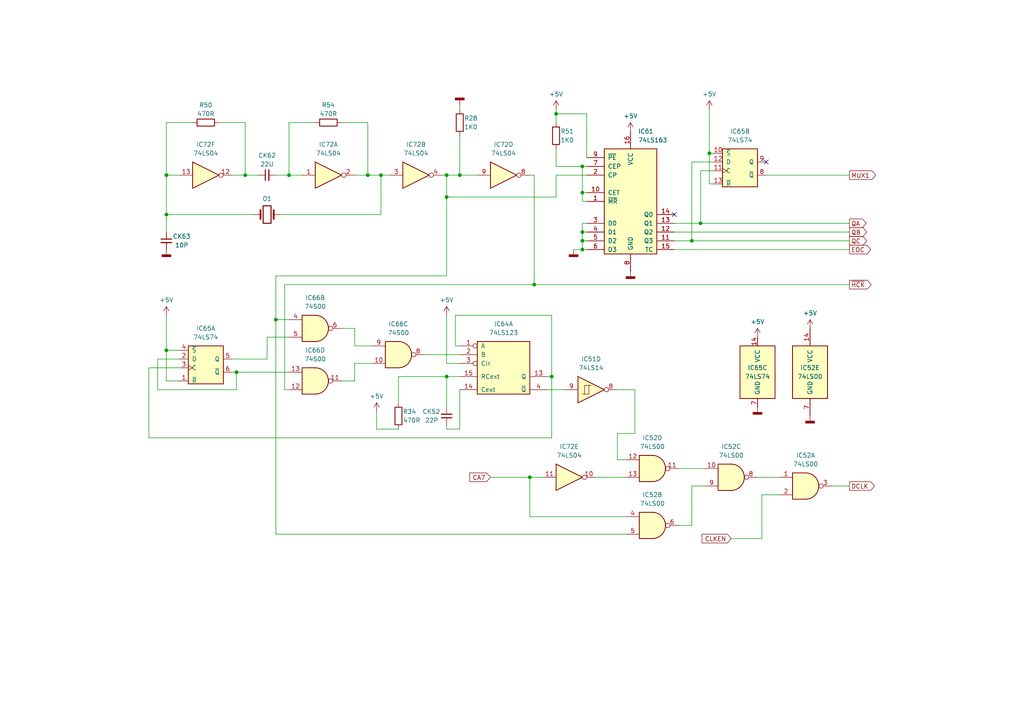
<source format=kicad_sch>
(kicad_sch (version 20231120) (generator "eeschema") (generator_version "8.0")
  (paper "A4")
  (title_block (title "PARTNER GDP: CLOCK GEN") (company "Oddbit Retro") (comment 1 "NARISAL: MIHA GRČAR"))
  (lib_symbols
    (symbol "74LS00_1" (pin_names (offset 1.016))
      (property "Reference" "U9" (at -0.0083 8.89 0))
      (property "Value" "74LS00" (at -0.0083 6.35 0))
      (symbol "74LS00_1_1_1"
        (pin input line (at -7.62 2.54 0) (length 3.81) (name "~") (number "1"))
        (pin input line (at -7.62 -2.54 0) (length 3.81) (name "~") (number "2"))
        (pin output inverted (at 7.62 0 180) (length 3.81) (name "~") (number "3"))
      )
      (symbol "74LS00_1_1_2"
        (pin input inverted (at -7.62 2.54 0) (length 4.318) (name "~") (number "1"))
        (pin input inverted (at -7.62 -2.54 0) (length 4.318) (name "~") (number "2"))
        (pin output line (at 7.62 0 180) (length 3.81) (name "~") (number "3"))
      )
      (symbol "74LS00_1_2_1"
        (pin input line (at -7.62 2.54 0) (length 3.81) (name "~") (number "4"))
        (pin input line (at -7.62 -2.54 0) (length 3.81) (name "~") (number "5"))
        (pin output inverted (at 7.62 0 180) (length 3.81) (name "~") (number "6"))
      )
      (symbol "74LS00_1_2_2"
        (pin input inverted (at -7.62 2.54 0) (length 4.318) (name "~") (number "4"))
        (pin input inverted (at -7.62 -2.54 0) (length 4.318) (name "~") (number "5"))
        (pin output line (at 7.62 0 180) (length 3.81) (name "~") (number "6"))
      )
      (symbol "74LS00_1_3_1"
        (pin input line (at -7.62 -2.54 0) (length 3.81) (name "~") (number "10"))
        (pin output inverted (at 7.62 0 180) (length 3.81) (name "~") (number "8"))
        (pin input line (at -7.62 2.54 0) (length 3.81) (name "~") (number "9"))
      )
      (symbol "74LS00_1_3_2"
        (pin input inverted (at -7.62 -2.54 0) (length 4.318) (name "~") (number "10"))
        (pin output line (at 7.62 0 180) (length 3.81) (name "~") (number "8"))
        (pin input inverted (at -7.62 2.54 0) (length 4.318) (name "~") (number "9"))
      )
      (symbol "74LS00_1_4_1"
        (pin output inverted (at 7.62 0 180) (length 3.81) (name "~") (number "11"))
        (pin input line (at -7.62 -2.54 0) (length 3.81) (name "~") (number "12"))
        (pin input line (at -7.62 2.54 0) (length 3.81) (name "~") (number "13"))
      )
      (symbol "74LS00_1_4_2"
        (pin output line (at 7.62 0 180) (length 3.81) (name "~") (number "11"))
        (pin input inverted (at -7.62 2.54 0) (length 4.318) (name "~") (number "12"))
        (pin input inverted (at -7.62 -2.54 0) (length 4.318) (name "~") (number "13"))
      )
      (symbol "74LS00_1_5_0"
        (pin power_in line (at 0 12.7 270) (length 5.08) (name "VCC") (number "14"))
        (pin power_in line (at 0 -12.7 90) (length 5.08) (name "GND") (number "7"))
      )
    )
    (symbol "74LS00_2" (pin_names (offset 1.016))
      (property "Reference" "IC52" (at -0.0083 8.89 0))
      (property "Value" "74LS00" (at -0.0083 6.35 0))
      (symbol "74LS00_2_1_1"
        (pin input line (at -7.62 2.54 0) (length 3.81) (name "~") (number "1"))
        (pin input line (at -7.62 -2.54 0) (length 3.81) (name "~") (number "2"))
        (pin output inverted (at 7.62 0 180) (length 3.81) (name "~") (number "3"))
      )
      (symbol "74LS00_2_1_2"
        (pin input inverted (at -7.62 2.54 0) (length 4.318) (name "~") (number "1"))
        (pin input inverted (at -7.62 -2.54 0) (length 4.318) (name "~") (number "2"))
        (pin output line (at 7.62 0 180) (length 3.81) (name "~") (number "3"))
      )
      (symbol "74LS00_2_2_1"
        (pin input line (at -7.62 2.54 0) (length 3.81) (name "~") (number "4"))
        (pin input line (at -7.62 -2.54 0) (length 3.81) (name "~") (number "5"))
        (pin output inverted (at 7.62 0 180) (length 3.81) (name "~") (number "6"))
      )
      (symbol "74LS00_2_2_2"
        (pin input inverted (at -7.62 2.54 0) (length 4.318) (name "~") (number "4"))
        (pin input inverted (at -7.62 -2.54 0) (length 4.318) (name "~") (number "5"))
        (pin output line (at 7.62 0 180) (length 3.81) (name "~") (number "6"))
      )
      (symbol "74LS00_2_3_1"
        (pin input line (at -7.62 2.54 0) (length 3.81) (name "~") (number "10"))
        (pin output inverted (at 7.62 0 180) (length 3.81) (name "~") (number "8"))
        (pin input line (at -7.62 -2.54 0) (length 3.81) (name "~") (number "9"))
      )
      (symbol "74LS00_2_3_2"
        (pin input inverted (at -7.62 -2.54 0) (length 4.318) (name "~") (number "10"))
        (pin output line (at 7.62 0 180) (length 3.81) (name "~") (number "8"))
        (pin input inverted (at -7.62 2.54 0) (length 4.318) (name "~") (number "9"))
      )
      (symbol "74LS00_2_4_1"
        (pin output inverted (at 7.62 0 180) (length 3.81) (name "~") (number "11"))
        (pin input line (at -7.62 2.54 0) (length 3.81) (name "~") (number "12"))
        (pin input line (at -7.62 -2.54 0) (length 3.81) (name "~") (number "13"))
      )
      (symbol "74LS00_2_4_2"
        (pin output line (at 7.62 0 180) (length 3.81) (name "~") (number "11"))
        (pin input inverted (at -7.62 2.54 0) (length 4.318) (name "~") (number "12"))
        (pin input inverted (at -7.62 -2.54 0) (length 4.318) (name "~") (number "13"))
      )
      (symbol "74LS00_2_5_0"
        (pin power_in line (at 0 12.7 270) (length 5.08) (name "VCC") (number "14"))
        (pin power_in line (at 0 -12.7 90) (length 5.08) (name "GND") (number "7"))
      )
    )
    (symbol "74LS00_3" (pin_names (offset 1.016))
      (property "Reference" "IC52" (at -0.0083 8.89 0))
      (property "Value" "74LS00" (at -0.0083 6.35 0))
      (symbol "74LS00_3_1_1"
        (pin input line (at -7.62 2.54 0) (length 3.81) (name "~") (number "1"))
        (pin input line (at -7.62 -2.54 0) (length 3.81) (name "~") (number "2"))
        (pin output inverted (at 7.62 0 180) (length 3.81) (name "~") (number "3"))
      )
      (symbol "74LS00_3_1_2"
        (pin input inverted (at -7.62 2.54 0) (length 4.318) (name "~") (number "1"))
        (pin input inverted (at -7.62 -2.54 0) (length 4.318) (name "~") (number "2"))
        (pin output line (at 7.62 0 180) (length 3.81) (name "~") (number "3"))
      )
      (symbol "74LS00_3_2_1"
        (pin input line (at -7.62 2.54 0) (length 3.81) (name "~") (number "4"))
        (pin input line (at -7.62 -2.54 0) (length 3.81) (name "~") (number "5"))
        (pin output inverted (at 7.62 0 180) (length 3.81) (name "~") (number "6"))
      )
      (symbol "74LS00_3_2_2"
        (pin input inverted (at -7.62 2.54 0) (length 4.318) (name "~") (number "4"))
        (pin input inverted (at -7.62 -2.54 0) (length 4.318) (name "~") (number "5"))
        (pin output line (at 7.62 0 180) (length 3.81) (name "~") (number "6"))
      )
      (symbol "74LS00_3_3_1"
        (pin input line (at -7.62 2.54 0) (length 3.81) (name "~") (number "10"))
        (pin output inverted (at 7.62 0 180) (length 3.81) (name "~") (number "8"))
        (pin input line (at -7.62 -2.54 0) (length 3.81) (name "~") (number "9"))
      )
      (symbol "74LS00_3_3_2"
        (pin input inverted (at -7.62 -2.54 0) (length 4.318) (name "~") (number "10"))
        (pin output line (at 7.62 0 180) (length 3.81) (name "~") (number "8"))
        (pin input inverted (at -7.62 2.54 0) (length 4.318) (name "~") (number "9"))
      )
      (symbol "74LS00_3_4_1"
        (pin output inverted (at 7.62 0 180) (length 3.81) (name "~") (number "11"))
        (pin input line (at -7.62 2.54 0) (length 3.81) (name "~") (number "12"))
        (pin input line (at -7.62 -2.54 0) (length 3.81) (name "~") (number "13"))
      )
      (symbol "74LS00_3_4_2"
        (pin output line (at 7.62 0 180) (length 3.81) (name "~") (number "11"))
        (pin input inverted (at -7.62 2.54 0) (length 4.318) (name "~") (number "12"))
        (pin input inverted (at -7.62 -2.54 0) (length 4.318) (name "~") (number "13"))
      )
      (symbol "74LS00_3_5_0"
        (pin power_in line (at 0 12.7 270) (length 5.08) (name "VCC") (number "14"))
        (pin power_in line (at 0 -12.7 90) (length 5.08) (name "GND") (number "7"))
      )
    )
    (symbol "74LS00_4" (pin_names (offset 1.016))
      (property "Reference" "IC52" (at -0.0083 8.89 0))
      (property "Value" "74LS00" (at -0.0083 6.35 0))
      (symbol "74LS00_4_1_1"
        (pin input line (at -7.62 2.54 0) (length 3.81) (name "~") (number "1"))
        (pin input line (at -7.62 -2.54 0) (length 3.81) (name "~") (number "2"))
        (pin output inverted (at 7.62 0 180) (length 3.81) (name "~") (number "3"))
      )
      (symbol "74LS00_4_1_2"
        (pin input inverted (at -7.62 2.54 0) (length 4.318) (name "~") (number "1"))
        (pin input inverted (at -7.62 -2.54 0) (length 4.318) (name "~") (number "2"))
        (pin output line (at 7.62 0 180) (length 3.81) (name "~") (number "3"))
      )
      (symbol "74LS00_4_2_1"
        (pin input line (at -7.62 2.54 0) (length 3.81) (name "~") (number "4"))
        (pin input line (at -7.62 -2.54 0) (length 3.81) (name "~") (number "5"))
        (pin output inverted (at 7.62 0 180) (length 3.81) (name "~") (number "6"))
      )
      (symbol "74LS00_4_2_2"
        (pin input inverted (at -7.62 2.54 0) (length 4.318) (name "~") (number "4"))
        (pin input inverted (at -7.62 -2.54 0) (length 4.318) (name "~") (number "5"))
        (pin output line (at 7.62 0 180) (length 3.81) (name "~") (number "6"))
      )
      (symbol "74LS00_4_3_1"
        (pin input line (at -7.62 2.54 0) (length 3.81) (name "~") (number "10"))
        (pin output inverted (at 7.62 0 180) (length 3.81) (name "~") (number "8"))
        (pin input line (at -7.62 -2.54 0) (length 3.81) (name "~") (number "9"))
      )
      (symbol "74LS00_4_3_2"
        (pin input inverted (at -7.62 -2.54 0) (length 4.318) (name "~") (number "10"))
        (pin output line (at 7.62 0 180) (length 3.81) (name "~") (number "8"))
        (pin input inverted (at -7.62 2.54 0) (length 4.318) (name "~") (number "9"))
      )
      (symbol "74LS00_4_4_1"
        (pin output inverted (at 7.62 0 180) (length 3.81) (name "~") (number "11"))
        (pin input line (at -7.62 2.54 0) (length 3.81) (name "~") (number "12"))
        (pin input line (at -7.62 -2.54 0) (length 3.81) (name "~") (number "13"))
      )
      (symbol "74LS00_4_4_2"
        (pin output line (at 7.62 0 180) (length 3.81) (name "~") (number "11"))
        (pin input inverted (at -7.62 2.54 0) (length 4.318) (name "~") (number "12"))
        (pin input inverted (at -7.62 -2.54 0) (length 4.318) (name "~") (number "13"))
      )
      (symbol "74LS00_4_5_0"
        (pin power_in line (at 0 12.7 270) (length 5.08) (name "VCC") (number "14"))
        (pin power_in line (at 0 -12.7 90) (length 5.08) (name "GND") (number "7"))
      )
    )
    (symbol "74LS00_5" (pin_names (offset 1.016))
      (property "Reference" "IC52" (at -0.0083 8.89 0))
      (property "Value" "74LS00" (at -0.0083 6.35 0))
      (symbol "74LS00_5_1_1"
        (pin input line (at -7.62 2.54 0) (length 3.81) (name "~") (number "1"))
        (pin input line (at -7.62 -2.54 0) (length 3.81) (name "~") (number "2"))
        (pin output inverted (at 7.62 0 180) (length 3.81) (name "~") (number "3"))
      )
      (symbol "74LS00_5_1_2"
        (pin input inverted (at -7.62 2.54 0) (length 4.318) (name "~") (number "1"))
        (pin input inverted (at -7.62 -2.54 0) (length 4.318) (name "~") (number "2"))
        (pin output line (at 7.62 0 180) (length 3.81) (name "~") (number "3"))
      )
      (symbol "74LS00_5_2_1"
        (pin input line (at -7.62 2.54 0) (length 3.81) (name "~") (number "4"))
        (pin input line (at -7.62 -2.54 0) (length 3.81) (name "~") (number "5"))
        (pin output inverted (at 7.62 0 180) (length 3.81) (name "~") (number "6"))
      )
      (symbol "74LS00_5_2_2"
        (pin input inverted (at -7.62 2.54 0) (length 4.318) (name "~") (number "4"))
        (pin input inverted (at -7.62 -2.54 0) (length 4.318) (name "~") (number "5"))
        (pin output line (at 7.62 0 180) (length 3.81) (name "~") (number "6"))
      )
      (symbol "74LS00_5_3_1"
        (pin input line (at -7.62 2.54 0) (length 3.81) (name "~") (number "10"))
        (pin output inverted (at 7.62 0 180) (length 3.81) (name "~") (number "8"))
        (pin input line (at -7.62 -2.54 0) (length 3.81) (name "~") (number "9"))
      )
      (symbol "74LS00_5_3_2"
        (pin input inverted (at -7.62 -2.54 0) (length 4.318) (name "~") (number "10"))
        (pin output line (at 7.62 0 180) (length 3.81) (name "~") (number "8"))
        (pin input inverted (at -7.62 2.54 0) (length 4.318) (name "~") (number "9"))
      )
      (symbol "74LS00_5_4_1"
        (pin output inverted (at 7.62 0 180) (length 3.81) (name "~") (number "11"))
        (pin input line (at -7.62 2.54 0) (length 3.81) (name "~") (number "12"))
        (pin input line (at -7.62 -2.54 0) (length 3.81) (name "~") (number "13"))
      )
      (symbol "74LS00_5_4_2"
        (pin output line (at 7.62 0 180) (length 3.81) (name "~") (number "11"))
        (pin input inverted (at -7.62 2.54 0) (length 4.318) (name "~") (number "12"))
        (pin input inverted (at -7.62 -2.54 0) (length 4.318) (name "~") (number "13"))
      )
      (symbol "74LS00_5_5_0"
        (pin power_in line (at 0 12.7 270) (length 5.08) (name "VCC") (number "14"))
        (pin power_in line (at 0 -12.7 90) (length 5.08) (name "GND") (number "7"))
      )
    )
    (symbol "74LS74_1" (pin_names (offset 1.016))
      (property "Reference" "U6" (at 2.1941 10.16 0))
      (property "Value" "74LS74" (at 2.1941 7.62 0))
      (symbol "74LS74_1_1_0"
        (pin input line (at 0 -7.62 90) (length 2.54) (name "~{R}") (number "1"))
        (pin input line (at -7.62 2.54 0) (length 2.54) (name "D") (number "2"))
        (pin input clock (at -7.62 0 0) (length 2.54) (name "C") (number "3"))
        (pin input line (at 0 7.62 270) (length 2.54) (name "~{S}") (number "4"))
        (pin output line (at 7.62 2.54 180) (length 2.54) (name "Q") (number "5"))
        (pin output line (at 7.62 -2.54 180) (length 2.54) (name "~{Q}") (number "6"))
      )
      (symbol "74LS74_1_2_0"
        (pin input line (at -7.62 3.81 0) (length 2.54) (name "~{S}") (number "10"))
        (pin input clock (at -7.62 -1.27 0) (length 2.54) (name "C") (number "11"))
        (pin input line (at -7.62 1.27 0) (length 2.54) (name "D") (number "12"))
        (pin input line (at -7.62 -5.08 0) (length 2.54) (name "~{R}") (number "13"))
        (pin output line (at 7.62 -2.54 180) (length 2.54) (name "~{Q}") (number "8"))
        (pin output line (at 7.62 1.27 180) (length 2.54) (name "Q") (number "9"))
      )
      (symbol "74LS74_1_3_0"
        (pin power_in line (at 0 10.16 270) (length 2.54) (name "VCC") (number "14"))
        (pin power_in line (at 0 -10.16 90) (length 2.54) (name "GND") (number "7"))
      )
    )
    (symbol "74xx:74LS00" (pin_names (offset 1.016))
      (property "Reference" "U" (at 0 1.27 0))
      (property "Value" "74LS00" (at 0 -1.27 0))
      (symbol "74LS00_1_1"
        (pin input line (at -7.62 2.54 0) (length 3.81) (name "~") (number "1"))
        (pin input line (at -7.62 -2.54 0) (length 3.81) (name "~") (number "2"))
        (pin output inverted (at 7.62 0 180) (length 3.81) (name "~") (number "3"))
      )
      (symbol "74LS00_1_2"
        (pin input inverted (at -7.62 2.54 0) (length 4.318) (name "~") (number "1"))
        (pin input inverted (at -7.62 -2.54 0) (length 4.318) (name "~") (number "2"))
        (pin output line (at 7.62 0 180) (length 3.81) (name "~") (number "3"))
      )
      (symbol "74LS00_2_1"
        (pin input line (at -7.62 2.54 0) (length 3.81) (name "~") (number "4"))
        (pin input line (at -7.62 -2.54 0) (length 3.81) (name "~") (number "5"))
        (pin output inverted (at 7.62 0 180) (length 3.81) (name "~") (number "6"))
      )
      (symbol "74LS00_2_2"
        (pin input inverted (at -7.62 2.54 0) (length 4.318) (name "~") (number "4"))
        (pin input inverted (at -7.62 -2.54 0) (length 4.318) (name "~") (number "5"))
        (pin output line (at 7.62 0 180) (length 3.81) (name "~") (number "6"))
      )
      (symbol "74LS00_3_1"
        (pin input line (at -7.62 -2.54 0) (length 3.81) (name "~") (number "10"))
        (pin output inverted (at 7.62 0 180) (length 3.81) (name "~") (number "8"))
        (pin input line (at -7.62 2.54 0) (length 3.81) (name "~") (number "9"))
      )
      (symbol "74LS00_3_2"
        (pin input inverted (at -7.62 -2.54 0) (length 4.318) (name "~") (number "10"))
        (pin output line (at 7.62 0 180) (length 3.81) (name "~") (number "8"))
        (pin input inverted (at -7.62 2.54 0) (length 4.318) (name "~") (number "9"))
      )
      (symbol "74LS00_4_1"
        (pin output inverted (at 7.62 0 180) (length 3.81) (name "~") (number "11"))
        (pin input line (at -7.62 2.54 0) (length 3.81) (name "~") (number "12"))
        (pin input line (at -7.62 -2.54 0) (length 3.81) (name "~") (number "13"))
      )
      (symbol "74LS00_4_2"
        (pin output line (at 7.62 0 180) (length 3.81) (name "~") (number "11"))
        (pin input inverted (at -7.62 2.54 0) (length 4.318) (name "~") (number "12"))
        (pin input inverted (at -7.62 -2.54 0) (length 4.318) (name "~") (number "13"))
      )
      (symbol "74LS00_5_0"
        (pin power_in line (at 0 12.7 270) (length 5.08) (name "VCC") (number "14"))
        (pin power_in line (at 0 -12.7 90) (length 5.08) (name "GND") (number "7"))
      )
    )
    (symbol "74xx:74LS04"
      (property "Reference" "U" (at 0 1.27 0))
      (property "Value" "74LS04" (at 0 -1.27 0))
      (symbol "74LS04_1_0"
        (pin input line (at -7.62 0 0) (length 3.81) (name "~") (number "1"))
        (pin output inverted (at 7.62 0 180) (length 3.81) (name "~") (number "2"))
      )
      (symbol "74LS04_2_0"
        (pin input line (at -7.62 0 0) (length 3.81) (name "~") (number "3"))
        (pin output inverted (at 7.62 0 180) (length 3.81) (name "~") (number "4"))
      )
      (symbol "74LS04_3_0"
        (pin input line (at -7.62 0 0) (length 3.81) (name "~") (number "5"))
        (pin output inverted (at 7.62 0 180) (length 3.81) (name "~") (number "6"))
      )
      (symbol "74LS04_4_0"
        (pin output inverted (at 7.62 0 180) (length 3.81) (name "~") (number "8"))
        (pin input line (at -7.62 0 0) (length 3.81) (name "~") (number "9"))
      )
      (symbol "74LS04_5_0"
        (pin output inverted (at 7.62 0 180) (length 3.81) (name "~") (number "10"))
        (pin input line (at -7.62 0 0) (length 3.81) (name "~") (number "11"))
      )
      (symbol "74LS04_6_0"
        (pin output inverted (at 7.62 0 180) (length 3.81) (name "~") (number "12"))
        (pin input line (at -7.62 0 0) (length 3.81) (name "~") (number "13"))
      )
      (symbol "74LS04_7_0"
        (pin power_in line (at 0 12.7 270) (length 5.08) (name "VCC") (number "14"))
        (pin power_in line (at 0 -12.7 90) (length 5.08) (name "GND") (number "7"))
      )
    )
    (symbol "74xx:74LS123" (pin_names (offset 1.016))
      (property "Reference" "U11" (at 0 12.7 0))
      (property "Value" "74LS123" (at 0 10.16 0))
      (symbol "74LS123_1_0"
        (pin input inverted (at -12.7 6.35 0) (length 5.08) (name "A") (number "1"))
        (pin output line (at 12.7 -2.54 180) (length 5.08) (name "Q") (number "13"))
        (pin input line (at -12.7 -6.35 0) (length 5.08) (name "Cext") (number "14"))
        (pin input line (at -12.7 -2.54 0) (length 5.08) (name "RCext") (number "15"))
        (pin input line (at -12.7 3.81 0) (length 5.08) (name "B") (number "2"))
        (pin input inverted (at -12.7 1.27 0) (length 5.08) (name "Clr") (number "3"))
        (pin output line (at 12.7 -6.35 180) (length 5.08) (name "~{Q}") (number "4"))
      )
      (symbol "74LS123_2_0"
        (pin input line (at -12.7 -5.08 0) (length 5.08) (name "B") (number "10"))
        (pin input inverted (at 0 -12.7 90) (length 5.08) (name "Clr") (number "11"))
        (pin output line (at 12.7 -5.08 180) (length 5.08) (name "~{Q}") (number "12"))
        (pin output line (at 12.7 5.08 180) (length 5.08) (name "Q") (number "5"))
        (pin input line (at -12.7 2.54 0) (length 5.08) (name "Cext") (number "6"))
        (pin input line (at -12.7 5.08 0) (length 5.08) (name "RCext") (number "7"))
        (pin input inverted (at -12.7 -2.54 0) (length 5.08) (name "A") (number "9"))
      )
      (symbol "74LS123_3_0"
        (pin power_in line (at 0 12.7 270) (length 5.08) (name "VCC") (number "16"))
        (pin power_in line (at 0 -12.7 90) (length 5.08) (name "GND") (number "8"))
      )
    )
    (symbol "74xx:74LS14" (pin_names (offset 1.016))
      (property "Reference" "U" (at 0 1.27 0))
      (property "Value" "74LS14" (at 0 -1.27 0))
      (symbol "74LS14_1_0"
        (pin input line (at -7.62 0 0) (length 3.81) (name "~") (number "1"))
        (pin output inverted (at 7.62 0 180) (length 3.81) (name "~") (number "2"))
      )
      (symbol "74LS14_2_0"
        (pin input line (at -7.62 0 0) (length 3.81) (name "~") (number "3"))
        (pin output inverted (at 7.62 0 180) (length 3.81) (name "~") (number "4"))
      )
      (symbol "74LS14_3_0"
        (pin input line (at -7.62 0 0) (length 3.81) (name "~") (number "5"))
        (pin output inverted (at 7.62 0 180) (length 3.81) (name "~") (number "6"))
      )
      (symbol "74LS14_4_0"
        (pin output inverted (at 7.62 0 180) (length 3.81) (name "~") (number "8"))
        (pin input line (at -7.62 0 0) (length 3.81) (name "~") (number "9"))
      )
      (symbol "74LS14_5_0"
        (pin output inverted (at 7.62 0 180) (length 3.81) (name "~") (number "10"))
        (pin input line (at -7.62 0 0) (length 3.81) (name "~") (number "11"))
      )
      (symbol "74LS14_6_0"
        (pin output inverted (at 7.62 0 180) (length 3.81) (name "~") (number "12"))
        (pin input line (at -7.62 0 0) (length 3.81) (name "~") (number "13"))
      )
      (symbol "74LS14_7_0"
        (pin power_in line (at 0 12.7 270) (length 5.08) (name "VCC") (number "14"))
        (pin power_in line (at 0 -12.7 90) (length 5.08) (name "GND") (number "7"))
      )
    )
    (symbol "74xx:74LS163" (pin_names (offset 1.016))
      (property "Reference" "U5" (at 2.1941 20.32 0))
      (property "Value" "74LS163" (at 2.1941 17.78 0))
      (symbol "74LS163_1_0"
        (pin input line (at -12.7 0 0) (length 5.08) (name "~{MR}") (number "1"))
        (pin input line (at -12.7 2.54 0) (length 5.08) (name "CET") (number "10"))
        (pin output line (at 12.7 -11.43 180) (length 5.08) (name "Q3") (number "11"))
        (pin output line (at 12.7 -8.89 180) (length 5.08) (name "Q2") (number "12"))
        (pin output line (at 12.7 -6.35 180) (length 5.08) (name "Q1") (number "13"))
        (pin output line (at 12.7 -3.81 180) (length 5.08) (name "Q0") (number "14"))
        (pin output line (at 12.7 -13.97 180) (length 5.08) (name "TC") (number "15"))
        (pin power_in line (at 0 20.32 270) (length 5.08) (name "VCC") (number "16"))
        (pin input line (at -12.7 7.62 0) (length 5.08) (name "CP") (number "2"))
        (pin input line (at -12.7 -6.35 0) (length 5.08) (name "D0") (number "3"))
        (pin input line (at -12.7 -8.89 0) (length 5.08) (name "D1") (number "4"))
        (pin input line (at -12.7 -11.43 0) (length 5.08) (name "D2") (number "5"))
        (pin input line (at -12.7 -13.97 0) (length 5.08) (name "D3") (number "6"))
        (pin input line (at -12.7 10.16 0) (length 5.08) (name "CEP") (number "7"))
        (pin power_in line (at 0 -20.32 90) (length 5.08) (name "GND") (number "8"))
        (pin input line (at -12.7 12.7 0) (length 5.08) (name "~{PE}") (number "9"))
      )
    )
    (symbol "74xx:74LS74" (pin_names (offset 1.016))
      (property "Reference" "U7" (at 2.1941 10.16 0))
      (property "Value" "74LS74" (at 2.1941 7.62 0))
      (symbol "74LS74_1_0"
        (pin input line (at -7.62 -5.08 0) (length 2.54) (name "~{R}") (number "1"))
        (pin input line (at -7.62 1.27 0) (length 2.54) (name "D") (number "2"))
        (pin input clock (at -7.62 -1.27 0) (length 2.54) (name "C") (number "3"))
        (pin input line (at -7.62 3.81 0) (length 2.54) (name "~{S}") (number "4"))
        (pin output line (at 7.62 1.27 180) (length 2.54) (name "Q") (number "5"))
        (pin output line (at 7.62 -2.54 180) (length 2.54) (name "~{Q}") (number "6"))
      )
      (symbol "74LS74_2_0"
        (pin input line (at 0 7.62 270) (length 2.54) (name "~{S}") (number "10"))
        (pin input clock (at -7.62 0 0) (length 2.54) (name "C") (number "11"))
        (pin input line (at -7.62 2.54 0) (length 2.54) (name "D") (number "12"))
        (pin input line (at 0 -7.62 90) (length 2.54) (name "~{R}") (number "13"))
        (pin output line (at 7.62 -2.54 180) (length 2.54) (name "~{Q}") (number "8"))
        (pin output line (at 7.62 2.54 180) (length 2.54) (name "Q") (number "9"))
      )
      (symbol "74LS74_3_0"
        (pin power_in line (at 0 10.16 270) (length 2.54) (name "VCC") (number "14"))
        (pin power_in line (at 0 -10.16 90) (length 2.54) (name "GND") (number "7"))
      )
    )
    (symbol "Device:C_Small" (pin_numbers hide) (pin_names (offset 0.254) hide)
      (property "Reference" "C" (at 0.254 1.778 0))
      (property "Value" "C_Small" (at 0.254 -2.032 0))
      (symbol "C_Small_1_1"
        (pin passive line (at 0 2.54 270) (length 2.032) (name "~") (number "1"))
        (pin passive line (at 0 -2.54 90) (length 2.032) (name "~") (number "2"))
      )
    )
    (symbol "Device:Crystal" (pin_numbers hide) (pin_names (offset 1.016) hide)
      (property "Reference" "Y" (at 0 3.81 0))
      (property "Value" "Crystal" (at 0 -3.81 0))
      (symbol "Crystal_1_1"
        (pin passive line (at -3.81 0 0) (length 1.27) (name "1") (number "1"))
        (pin passive line (at 3.81 0 180) (length 1.27) (name "2") (number "2"))
      )
    )
    (symbol "Device:R" (pin_numbers hide) (pin_names (offset 0))
      (property "Reference" "R" (at 2.032 0 90))
      (property "Value" "R" (at 0 0 90))
      (symbol "R_1_1"
        (pin passive line (at 0 3.81 270) (length 1.27) (name "~") (number "1"))
        (pin passive line (at 0 -3.81 90) (length 1.27) (name "~") (number "2"))
      )
    )
    (symbol "power:+5V" (power) (pin_names (offset 0))
      (property "Value" "+5V" (at 0 3.556 0))
      (symbol "+5V_1_1"
        (pin power_in line (at 0 0 90) (length 0) hide (name "+5V") (number "1"))
      )
    )
    (symbol "power:GNDD" (power) (pin_names (offset 0))
      (property "Value" "GNDD" (at 0 -3.175 0))
      (symbol "GNDD_1_1"
        (pin power_in line (at 0 0 270) (length 0) hide (name "GNDD") (number "1"))
      )
    )
  )
  (junction (at 83.82 50.8))
  (junction (at 48.26 101.6))
  (junction (at 129.54 109.22))
  (junction (at 168.91 72.39))
  (junction (at 48.26 50.8))
  (junction (at 168.91 48.26))
  (junction (at 129.54 57.15))
  (junction (at 153.67 138.43))
  (junction (at 48.26 62.23))
  (junction (at 80.01 92.71))
  (junction (at 133.35 50.8))
  (junction (at 106.68 50.8))
  (junction (at 160.02 109.22))
  (junction (at 200.66 69.85))
  (junction (at 168.91 67.31))
  (junction (at 205.74 44.45))
  (junction (at 68.58 107.95))
  (junction (at 110.49 50.8))
  (junction (at 154.94 82.55))
  (junction (at 71.12 50.8))
  (junction (at 129.54 50.8))
  (junction (at 203.2 64.77))
  (junction (at 168.91 69.85))
  (junction (at 161.29 33.02))
  (junction (at 168.91 55.88))
  (no_connect (at 222.25 46.99))
  (no_connect (at 195.58 62.23))
  (wire (pts (xy 129.54 123.19) (xy 129.54 124.46)))
  (wire (pts (xy 48.26 101.6) (xy 52.07 101.6)))
  (wire (pts (xy 158.75 113.03) (xy 163.83 113.03)))
  (wire (pts (xy 102.87 100.33) (xy 107.95 100.33)))
  (wire (pts (xy 168.91 58.42) (xy 168.91 55.88)))
  (wire (pts (xy 168.91 72.39) (xy 170.18 72.39)))
  (wire (pts (xy 109.22 119.38) (xy 109.22 124.46)))
  (wire (pts (xy 205.74 44.45) (xy 207.01 44.45)))
  (wire (pts (xy 99.06 35.56) (xy 106.68 35.56)))
  (wire (pts (xy 102.87 50.8) (xy 106.68 50.8)))
  (wire (pts (xy 48.26 62.23) (xy 48.26 50.8)))
  (wire (pts (xy 168.91 64.77) (xy 170.18 64.77)))
  (wire (pts (xy 71.12 50.8) (xy 71.12 35.56)))
  (wire (pts (xy 43.18 106.68) (xy 52.07 106.68)))
  (wire (pts (xy 123.19 102.87) (xy 133.35 102.87)))
  (wire (pts (xy 80.01 92.71) (xy 80.01 154.94)))
  (wire (pts (xy 161.29 48.26) (xy 168.91 48.26)))
  (wire (pts (xy 168.91 69.85) (xy 168.91 67.31)))
  (wire (pts (xy 71.12 50.8) (xy 74.93 50.8)))
  (wire (pts (xy 129.54 109.22) (xy 129.54 118.11)))
  (wire (pts (xy 82.55 113.03) (xy 82.55 82.55)))
  (wire (pts (xy 200.66 140.97) (xy 204.47 140.97)))
  (wire (pts (xy 161.29 33.02) (xy 161.29 35.56)))
  (wire (pts (xy 48.26 101.6) (xy 48.26 110.49)))
  (wire (pts (xy 168.91 48.26) (xy 168.91 55.88)))
  (wire (pts (xy 129.54 50.8) (xy 133.35 50.8)))
  (wire (pts (xy 102.87 105.41) (xy 107.95 105.41)))
  (wire (pts (xy 181.61 154.94) (xy 80.01 154.94)))
  (wire (pts (xy 158.75 109.22) (xy 160.02 109.22)))
  (wire (pts (xy 52.07 104.14) (xy 45.72 104.14)))
  (wire (pts (xy 99.06 110.49) (xy 102.87 110.49)))
  (wire (pts (xy 115.57 116.84) (xy 115.57 109.22)))
  (wire (pts (xy 81.28 62.23) (xy 110.49 62.23)))
  (wire (pts (xy 195.58 69.85) (xy 200.66 69.85)))
  (wire (pts (xy 91.44 35.56) (xy 83.82 35.56)))
  (wire (pts (xy 179.07 125.73) (xy 184.15 125.73)))
  (wire (pts (xy 195.58 64.77) (xy 203.2 64.77)))
  (wire (pts (xy 222.25 50.8) (xy 246.38 50.8)))
  (wire (pts (xy 168.91 67.31) (xy 170.18 67.31)))
  (wire (pts (xy 170.18 58.42) (xy 168.91 58.42)))
  (wire (pts (xy 195.58 72.39) (xy 246.38 72.39)))
  (wire (pts (xy 179.07 113.03) (xy 184.15 113.03)))
  (wire (pts (xy 168.91 67.31) (xy 168.91 64.77)))
  (wire (pts (xy 48.26 62.23) (xy 73.66 62.23)))
  (wire (pts (xy 207.01 53.34) (xy 205.74 53.34)))
  (wire (pts (xy 68.58 107.95) (xy 68.58 113.03)))
  (wire (pts (xy 133.35 105.41) (xy 129.54 105.41)))
  (wire (pts (xy 45.72 104.14) (xy 45.72 113.03)))
  (wire (pts (xy 196.85 152.4) (xy 200.66 152.4)))
  (wire (pts (xy 67.31 50.8) (xy 71.12 50.8)))
  (wire (pts (xy 106.68 50.8) (xy 110.49 50.8)))
  (wire (pts (xy 80.01 92.71) (xy 83.82 92.71)))
  (wire (pts (xy 129.54 80.01) (xy 80.01 80.01)))
  (wire (pts (xy 161.29 33.02) (xy 170.18 33.02)))
  (wire (pts (xy 128.27 50.8) (xy 129.54 50.8)))
  (wire (pts (xy 83.82 113.03) (xy 82.55 113.03)))
  (wire (pts (xy 77.47 104.14) (xy 77.47 97.79)))
  (wire (pts (xy 129.54 50.8) (xy 129.54 57.15)))
  (wire (pts (xy 161.29 43.18) (xy 161.29 48.26)))
  (wire (pts (xy 166.37 72.39) (xy 168.91 72.39)))
  (wire (pts (xy 241.3 140.97) (xy 246.38 140.97)))
  (wire (pts (xy 68.58 107.95) (xy 83.82 107.95)))
  (wire (pts (xy 220.98 143.51) (xy 220.98 156.21)))
  (wire (pts (xy 102.87 110.49) (xy 102.87 105.41)))
  (wire (pts (xy 154.94 50.8) (xy 154.94 82.55)))
  (wire (pts (xy 133.35 39.37) (xy 133.35 50.8)))
  (wire (pts (xy 43.18 127) (xy 160.02 127)))
  (wire (pts (xy 48.26 67.31) (xy 48.26 62.23)))
  (wire (pts (xy 80.01 50.8) (xy 83.82 50.8)))
  (wire (pts (xy 132.08 91.44) (xy 132.08 100.33)))
  (wire (pts (xy 71.12 35.56) (xy 63.5 35.56)))
  (wire (pts (xy 67.31 104.14) (xy 77.47 104.14)))
  (wire (pts (xy 43.18 127) (xy 43.18 106.68)))
  (wire (pts (xy 153.67 149.86) (xy 153.67 138.43)))
  (wire (pts (xy 207.01 46.99) (xy 200.66 46.99)))
  (wire (pts (xy 200.66 46.99) (xy 200.66 69.85)))
  (wire (pts (xy 219.71 138.43) (xy 226.06 138.43)))
  (wire (pts (xy 110.49 62.23) (xy 110.49 50.8)))
  (wire (pts (xy 115.57 109.22) (xy 129.54 109.22)))
  (wire (pts (xy 129.54 109.22) (xy 133.35 109.22)))
  (wire (pts (xy 161.29 57.15) (xy 129.54 57.15)))
  (wire (pts (xy 83.82 50.8) (xy 87.63 50.8)))
  (wire (pts (xy 200.66 69.85) (xy 246.38 69.85)))
  (wire (pts (xy 110.49 50.8) (xy 113.03 50.8)))
  (wire (pts (xy 168.91 48.26) (xy 170.18 48.26)))
  (wire (pts (xy 207.01 49.53) (xy 203.2 49.53)))
  (wire (pts (xy 67.31 107.95) (xy 68.58 107.95)))
  (wire (pts (xy 181.61 133.35) (xy 179.07 133.35)))
  (wire (pts (xy 48.26 50.8) (xy 48.26 35.56)))
  (wire (pts (xy 133.35 113.03) (xy 133.35 124.46)))
  (wire (pts (xy 45.72 113.03) (xy 68.58 113.03)))
  (wire (pts (xy 48.26 101.6) (xy 48.26 91.44)))
  (wire (pts (xy 133.35 50.8) (xy 138.43 50.8)))
  (wire (pts (xy 80.01 80.01) (xy 80.01 92.71)))
  (wire (pts (xy 160.02 109.22) (xy 160.02 91.44)))
  (wire (pts (xy 181.61 149.86) (xy 153.67 149.86)))
  (wire (pts (xy 48.26 35.56) (xy 55.88 35.56)))
  (wire (pts (xy 205.74 44.45) (xy 205.74 53.34)))
  (wire (pts (xy 203.2 49.53) (xy 203.2 64.77)))
  (wire (pts (xy 170.18 45.72) (xy 170.18 33.02)))
  (wire (pts (xy 160.02 91.44) (xy 132.08 91.44)))
  (wire (pts (xy 129.54 124.46) (xy 133.35 124.46)))
  (wire (pts (xy 77.47 97.79) (xy 83.82 97.79)))
  (wire (pts (xy 154.94 82.55) (xy 246.38 82.55)))
  (wire (pts (xy 172.72 138.43) (xy 181.61 138.43)))
  (wire (pts (xy 196.85 135.89) (xy 204.47 135.89)))
  (wire (pts (xy 184.15 125.73) (xy 184.15 113.03)))
  (wire (pts (xy 179.07 125.73) (xy 179.07 133.35)))
  (wire (pts (xy 133.35 30.48) (xy 133.35 31.75)))
  (wire (pts (xy 129.54 57.15) (xy 129.54 80.01)))
  (wire (pts (xy 203.2 64.77) (xy 246.38 64.77)))
  (wire (pts (xy 195.58 67.31) (xy 246.38 67.31)))
  (wire (pts (xy 205.74 31.75) (xy 205.74 44.45)))
  (wire (pts (xy 226.06 143.51) (xy 220.98 143.51)))
  (wire (pts (xy 52.07 110.49) (xy 48.26 110.49)))
  (wire (pts (xy 99.06 95.25) (xy 102.87 95.25)))
  (wire (pts (xy 160.02 127) (xy 160.02 109.22)))
  (wire (pts (xy 168.91 69.85) (xy 170.18 69.85)))
  (wire (pts (xy 142.24 138.43) (xy 153.67 138.43)))
  (wire (pts (xy 212.09 156.21) (xy 220.98 156.21)))
  (wire (pts (xy 83.82 35.56) (xy 83.82 50.8)))
  (wire (pts (xy 153.67 138.43) (xy 157.48 138.43)))
  (wire (pts (xy 129.54 91.44) (xy 129.54 105.41)))
  (wire (pts (xy 200.66 152.4) (xy 200.66 140.97)))
  (wire (pts (xy 48.26 50.8) (xy 52.07 50.8)))
  (wire (pts (xy 115.57 124.46) (xy 109.22 124.46)))
  (wire (pts (xy 132.08 100.33) (xy 133.35 100.33)))
  (wire (pts (xy 168.91 72.39) (xy 168.91 69.85)))
  (wire (pts (xy 82.55 82.55) (xy 154.94 82.55)))
  (wire (pts (xy 153.67 50.8) (xy 154.94 50.8)))
  (wire (pts (xy 102.87 95.25) (xy 102.87 100.33)))
  (wire (pts (xy 161.29 50.8) (xy 161.29 57.15)))
  (wire (pts (xy 170.18 50.8) (xy 161.29 50.8)))
  (wire (pts (xy 161.29 31.75) (xy 161.29 33.02)))
  (wire (pts (xy 106.68 35.56) (xy 106.68 50.8)))
  (wire (pts (xy 168.91 55.88) (xy 170.18 55.88)))
  (global_label "CLKEN" (shape input) (at 212.09 156.21 180) (property "Intersheetrefs" "${INTERSHEET_REFS}" (at 203.0572 156.21 0) (effects (justify right))))
  (global_label "DCLK" (shape output) (at 246.38 140.97 0) (property "Intersheetrefs" "${INTERSHEET_REFS}" (at 254.2033 140.97 0) (effects (justify left))))
  (global_label "EOC" (shape output) (at 246.38 72.39 0) (property "Intersheetrefs" "${INTERSHEET_REFS}" (at 253.1147 72.39 0) (effects (justify left))))
  (global_label "CA7" (shape input) (at 142.24 138.43 180) (property "Intersheetrefs" "${INTERSHEET_REFS}" (at 135.6867 138.43 0) (effects (justify right))))
  (global_label "QC" (shape output) (at 246.38 69.85 0) (property "Intersheetrefs" "${INTERSHEET_REFS}" (at 251.9657 69.85 0) (effects (justify left))))
  (global_label "MUX1" (shape output) (at 246.38 50.8 0) (property "Intersheetrefs" "${INTERSHEET_REFS}" (at 254.5661 50.8 0) (effects (justify left))))
  (global_label "QA" (shape output) (at 246.38 64.77 0) (property "Intersheetrefs" "${INTERSHEET_REFS}" (at 251.7843 64.77 0) (effects (justify left))))
  (global_label "QB" (shape output) (at 246.38 67.31 0) (property "Intersheetrefs" "${INTERSHEET_REFS}" (at 251.9657 67.31 0) (effects (justify left))))
  (global_label "~{HCK}" (shape output) (at 246.38 82.55 0) (property "Intersheetrefs" "${INTERSHEET_REFS}" (at 253.2357 82.55 0) (effects (justify left))))
  (symbol (lib_id "74xx:74LS04") (at 120.65 50.8 0) (unit 2)
    (property "Reference" "IC72" (at 120.65 41.91 0))
    (property "Value" "74LS04" (at 120.65 44.45 0))
    (property "Footprint" "Package_DIP:DIP-14_W7.62mm" (effects (hide yes)))
    (property "Datasheet" "N/A" (effects (hide yes)))
    (property "Description" "N/A" (effects (hide yes)))
  )
  (symbol (lib_name "74LS00_2") (lib_id "74xx:74LS00") (at 189.23 135.89 0) (unit 4)
    (property "Reference" "IC52" (at 189.2217 127 0))
    (property "Value" "74LS00" (at 189.2217 129.54 0))
    (property "Footprint" "Package_DIP:DIP-14_W7.62mm" (effects (hide yes)))
    (property "Datasheet" "N/A" (effects (hide yes)))
    (property "Description" "N/A" (effects (hide yes)))
  )
  (symbol (lib_id "Device:R") (at 133.35 35.56 0) (unit 1)
    (property "Reference" "R28" (at 134.62 34.29 0) (effects (justify left)))
    (property "Value" "1K0" (at 134.62 36.83 0) (effects (justify left)))
    (property "Footprint" "GDP:R_S" (effects (hide yes)))
    (property "Datasheet" "N/A" (effects (hide yes)))
    (property "Description" "N/A" (effects (hide yes)))
  )
  (symbol (lib_name "74LS00_5") (lib_id "74xx:74LS00") (at 233.68 140.97 0) (unit 1)
    (property "Reference" "IC52" (at 233.6717 132.08 0))
    (property "Value" "74LS00" (at 233.6717 134.62 0))
    (property "Footprint" "Package_DIP:DIP-14_W7.62mm" (effects (hide yes)))
    (property "Datasheet" "N/A" (effects (hide yes)))
    (property "Description" "N/A" (effects (hide yes)))
  )
  (symbol (lib_name "74LS00_3") (lib_id "74xx:74LS00") (at 189.23 152.4 0) (unit 2)
    (property "Reference" "IC52" (at 189.2217 143.51 0))
    (property "Value" "74LS00" (at 189.2217 146.05 0))
    (property "Footprint" "Package_DIP:DIP-14_W7.62mm" (effects (hide yes)))
    (property "Datasheet" "N/A" (effects (hide yes)))
    (property "Description" "N/A" (effects (hide yes)))
  )
  (symbol (lib_id "power:GNDD") (at 219.71 118.11 0) (unit 1)
    (property "Reference" "#PWR025" (effects (hide yes)))
    (property "Value" "GNDD" (effects (hide yes)))
  )
  (symbol (lib_id "74xx:74LS74") (at 219.71 107.95 0) (unit 3)
    (property "Reference" "IC65" (at 219.71 106.68 0))
    (property "Value" "74LS74" (at 219.71 109.22 0))
    (property "Footprint" "Package_DIP:DIP-14_W7.62mm" (effects (hide yes)))
    (property "Datasheet" "N/A" (effects (hide yes)))
    (property "Description" "N/A" (effects (hide yes)))
  )
  (symbol (lib_id "74xx:74LS00") (at 91.44 95.25 0) (unit 2)
    (property "Reference" "IC66" (at 91.4317 86.36 0))
    (property "Value" "74S00" (at 91.4317 88.9 0))
    (property "Footprint" "Package_DIP:DIP-14_W7.62mm" (effects (hide yes)))
    (property "Datasheet" "N/A" (effects (hide yes)))
    (property "Description" "N/A" (effects (hide yes)))
  )
  (symbol (lib_id "power:+5V") (at 234.95 95.25 0) (unit 1)
    (property "Reference" "#PWR0197" (effects (hide yes)))
    (property "Value" "+5V" (at 234.95 90.805 0))
  )
  (symbol (lib_id "74xx:74LS04") (at 95.25 50.8 0) (unit 1)
    (property "Reference" "IC72" (at 95.25 41.91 0))
    (property "Value" "74LS04" (at 95.25 44.45 0))
    (property "Footprint" "Package_DIP:DIP-14_W7.62mm" (effects (hide yes)))
    (property "Datasheet" "N/A" (effects (hide yes)))
    (property "Description" "N/A" (effects (hide yes)))
  )
  (symbol (lib_id "Device:C_Small") (at 129.54 120.65 180) (unit 1)
    (property "Reference" "CK52" (at 125.095 119.38 0))
    (property "Value" "22P" (at 125.222 121.92 0))
    (property "Footprint" "Capacitor_THT:C_Disc_D4.3mm_W1.9mm_P5.00mm" (effects (hide yes)))
    (property "Datasheet" "N/A" (effects (hide yes)))
    (property "Description" "N/A" (effects (hide yes)))
  )
  (symbol (lib_id "power:+5V") (at 205.74 31.75 0) (unit 1)
    (property "Reference" "#PWR0196" (effects (hide yes)))
    (property "Value" "+5V" (at 205.74 27.305 0))
  )
  (symbol (lib_name "74LS00_5") (lib_id "74xx:74LS00") (at 234.95 107.95 0) (unit 5)
    (property "Reference" "IC52" (at 234.95 106.68 0))
    (property "Value" "74LS00" (at 234.95 109.22 0))
    (property "Footprint" "Package_DIP:DIP-14_W7.62mm" (effects (hide yes)))
    (property "Datasheet" "N/A" (effects (hide yes)))
    (property "Description" "N/A" (effects (hide yes)))
  )
  (symbol (lib_id "power:GNDD") (at 234.95 120.65 0) (unit 1)
    (property "Reference" "#PWR0198" (effects (hide yes)))
    (property "Value" "GNDD" (effects (hide yes)))
  )
  (symbol (lib_id "Device:R") (at 115.57 120.65 0) (unit 1)
    (property "Reference" "R34" (at 116.84 119.38 0) (effects (justify left)))
    (property "Value" "470R" (at 116.84 121.92 0) (effects (justify left)))
    (property "Footprint" "GDP:R_XL_narrow" (effects (hide yes)))
    (property "Datasheet" "N/A" (effects (hide yes)))
    (property "Description" "N/A" (effects (hide yes)))
  )
  (symbol (lib_id "power:+5V") (at 129.54 91.44 0) (unit 1)
    (property "Reference" "#PWR0190" (effects (hide yes)))
    (property "Value" "+5V" (at 129.54 86.995 0))
  )
  (symbol (lib_id "Device:R") (at 95.25 35.56 90) (unit 1)
    (property "Reference" "R54" (at 95.25 30.48 90))
    (property "Value" "470R" (at 95.25 33.02 90))
    (property "Footprint" "GDP:R_XL" (effects (hide yes)))
    (property "Datasheet" "N/A" (effects (hide yes)))
    (property "Description" "N/A" (effects (hide yes)))
  )
  (symbol (lib_id "74xx:74LS04") (at 59.69 50.8 0) (unit 6)
    (property "Reference" "IC72" (at 59.69 41.91 0))
    (property "Value" "74LS04" (at 59.69 44.45 0))
    (property "Footprint" "Package_DIP:DIP-14_W7.62mm" (effects (hide yes)))
    (property "Datasheet" "N/A" (effects (hide yes)))
    (property "Description" "N/A" (effects (hide yes)))
  )
  (symbol (lib_id "Device:R") (at 59.69 35.56 90) (unit 1)
    (property "Reference" "R50" (at 59.69 30.48 90))
    (property "Value" "470R" (at 59.69 33.02 90))
    (property "Footprint" "GDP:R_XL" (effects (hide yes)))
    (property "Datasheet" "N/A" (effects (hide yes)))
    (property "Description" "N/A" (effects (hide yes)))
  )
  (symbol (lib_name "74LS00_1") (lib_id "74xx:74LS00") (at 91.44 110.49 0) (unit 4)
    (property "Reference" "IC66" (at 91.4317 101.6 0))
    (property "Value" "74S00" (at 91.4317 104.14 0))
    (property "Footprint" "Package_DIP:DIP-14_W7.62mm" (effects (hide yes)))
    (property "Datasheet" "N/A" (effects (hide yes)))
    (property "Description" "N/A" (effects (hide yes)))
  )
  (symbol (lib_id "power:GNDD") (at 48.26 72.39 0) (unit 1)
    (property "Reference" "#PWR0187" (effects (hide yes)))
    (property "Value" "GNDD" (effects (hide yes)))
  )
  (symbol (lib_id "power:GNDD") (at 166.37 72.39 0) (unit 1)
    (property "Reference" "#PWR0193" (effects (hide yes)))
    (property "Value" "GNDD" (effects (hide yes)))
  )
  (symbol (lib_id "Device:C_Small") (at 48.26 69.85 0) (unit 1)
    (property "Reference" "CK63" (at 52.705 68.58 0))
    (property "Value" "10P" (at 52.705 71.12 0))
    (property "Footprint" "Capacitor_THT:C_Disc_D4.3mm_W1.9mm_P5.00mm" (effects (hide yes)))
    (property "Datasheet" "N/A" (effects (hide yes)))
    (property "Description" "N/A" (effects (hide yes)))
  )
  (symbol (lib_id "Device:R") (at 161.29 39.37 0) (unit 1)
    (property "Reference" "R51" (at 162.56 38.1 0) (effects (justify left)))
    (property "Value" "1K0" (at 162.56 40.64 0) (effects (justify left)))
    (property "Footprint" "Resistor_THT:R_Axial_DIN0207_L6.3mm_D2.5mm_P10.16mm_Horizontal" (effects (hide yes)))
    (property "Datasheet" "N/A" (effects (hide yes)))
    (property "Description" "N/A" (effects (hide yes)))
  )
  (symbol (lib_name "74LS00_4") (lib_id "74xx:74LS00") (at 212.09 138.43 0) (unit 3)
    (property "Reference" "IC52" (at 212.0817 129.54 0))
    (property "Value" "74LS00" (at 212.0817 132.08 0))
    (property "Footprint" "Package_DIP:DIP-14_W7.62mm" (effects (hide yes)))
    (property "Datasheet" "N/A" (effects (hide yes)))
    (property "Description" "N/A" (effects (hide yes)))
  )
  (symbol (lib_id "74xx:74LS163") (at 182.88 58.42 0) (unit 1)
    (property "Reference" "IC61" (at 185.0741 38.1 0) (effects (justify left)))
    (property "Value" "74LS163" (at 185.0741 40.64 0) (effects (justify left)))
    (property "Footprint" "Package_DIP:DIP-16_W7.62mm" (effects (hide yes)))
    (property "Datasheet" "N/A" (effects (hide yes)))
    (property "Description" "N/A" (effects (hide yes)))
  )
  (symbol (lib_id "power:GNDD") (at 133.35 30.48 180) (unit 1)
    (property "Reference" "#PWR0191" (effects (hide yes)))
    (property "Value" "GNDD" (effects (hide yes)))
  )
  (symbol (lib_id "74xx:74LS04") (at 165.1 138.43 0) (unit 5)
    (property "Reference" "IC72" (at 165.1 129.54 0))
    (property "Value" "74LS04" (at 165.1 132.08 0))
    (property "Footprint" "Package_DIP:DIP-14_W7.62mm" (effects (hide yes)))
    (property "Datasheet" "N/A" (effects (hide yes)))
    (property "Description" "N/A" (effects (hide yes)))
  )
  (symbol (lib_id "power:GNDD") (at 182.88 78.74 0) (unit 1)
    (property "Reference" "#PWR0195" (effects (hide yes)))
    (property "Value" "GNDD" (effects (hide yes)))
  )
  (symbol (lib_id "74xx:74LS00") (at 115.57 102.87 0) (unit 3)
    (property "Reference" "IC66" (at 115.5617 93.98 0))
    (property "Value" "74S00" (at 115.5617 96.52 0))
    (property "Footprint" "Package_DIP:DIP-14_W7.62mm" (effects (hide yes)))
    (property "Datasheet" "N/A" (effects (hide yes)))
    (property "Description" "N/A" (effects (hide yes)))
  )
  (symbol (lib_id "power:+5V") (at 182.88 38.1 0) (unit 1)
    (property "Reference" "#PWR0194" (effects (hide yes)))
    (property "Value" "+5V" (at 182.88 33.655 0))
  )
  (symbol (lib_id "74xx:74LS14") (at 171.45 113.03 0) (unit 4)
    (property "Reference" "IC51" (at 171.45 104.14 0))
    (property "Value" "74LS14" (at 171.45 106.68 0))
    (property "Footprint" "Package_DIP:DIP-14_W7.62mm" (effects (hide yes)))
    (property "Datasheet" "N/A" (effects (hide yes)))
    (property "Description" "N/A" (effects (hide yes)))
  )
  (symbol (lib_id "74xx:74LS74") (at 59.69 105.41 0) (unit 1)
    (property "Reference" "IC65" (at 59.69 95.25 0))
    (property "Value" "74LS74" (at 59.69 97.79 0))
    (property "Footprint" "Package_DIP:DIP-14_W7.62mm" (effects (hide yes)))
    (property "Datasheet" "N/A" (effects (hide yes)))
    (property "Description" "N/A" (effects (hide yes)))
  )
  (symbol (lib_id "Device:Crystal") (at 77.47 62.23 0) (unit 1)
    (property "Reference" "O1" (at 77.47 57.658 0))
    (property "Value" "Crystal" (effects (hide yes)))
    (property "Footprint" "Crystal:Crystal_HC50_Horizontal" (effects (hide yes)))
    (property "Datasheet" "N/A" (effects (hide yes)))
    (property "Description" "N/A" (effects (hide yes)))
  )
  (symbol (lib_id "Device:C_Small") (at 77.47 50.8 90) (unit 1)
    (property "Reference" "CK62" (at 77.47 45.085 90))
    (property "Value" "22U" (at 77.47 47.625 90))
    (property "Footprint" "Capacitor_THT:C_Disc_D4.3mm_W1.9mm_P5.00mm" (effects (hide yes)))
    (property "Datasheet" "N/A" (effects (hide yes)))
    (property "Description" "N/A" (effects (hide yes)))
  )
  (symbol (lib_id "power:+5V") (at 161.29 31.75 0) (unit 1)
    (property "Reference" "#PWR0192" (effects (hide yes)))
    (property "Value" "+5V" (at 161.29 27.305 0))
  )
  (symbol (lib_id "power:+5V") (at 48.26 91.44 0) (unit 1)
    (property "Reference" "#PWR0188" (effects (hide yes)))
    (property "Value" "+5V" (at 48.26 86.995 0))
  )
  (symbol (lib_id "power:+5V") (at 109.22 119.38 0) (unit 1)
    (property "Reference" "#PWR0189" (effects (hide yes)))
    (property "Value" "+5V" (at 109.22 114.935 0))
  )
  (symbol (lib_name "74LS74_1") (lib_id "74xx:74LS74") (at 214.63 48.26 0) (unit 2)
    (property "Reference" "IC65" (at 214.63 38.1 0))
    (property "Value" "74LS74" (at 214.63 40.64 0))
    (property "Footprint" "Package_DIP:DIP-14_W7.62mm" (effects (hide yes)))
    (property "Datasheet" "N/A" (effects (hide yes)))
    (property "Description" "N/A" (effects (hide yes)))
  )
  (symbol (lib_id "power:+5V") (at 219.71 97.79 0) (unit 1)
    (property "Reference" "#PWR024" (effects (hide yes)))
    (property "Value" "+5V" (at 219.71 93.345 0))
  )
  (symbol (lib_id "74xx:74LS04") (at 146.05 50.8 0) (unit 4)
    (property "Reference" "IC72" (at 146.05 41.91 0))
    (property "Value" "74LS04" (at 146.05 44.45 0))
    (property "Footprint" "Package_DIP:DIP-14_W7.62mm" (effects (hide yes)))
    (property "Datasheet" "N/A" (effects (hide yes)))
    (property "Description" "N/A" (effects (hide yes)))
  )
  (symbol (lib_id "74xx:74LS123") (at 146.05 106.68 0) (unit 1)
    (property "Reference" "IC64" (at 146.05 93.98 0))
    (property "Value" "74LS123" (at 146.05 96.52 0))
    (property "Footprint" "Package_DIP:DIP-16_W7.62mm" (effects (hide yes)))
    (property "Datasheet" "N/A" (effects (hide yes)))
    (property "Description" "N/A" (effects (hide yes)))
  )
)
</source>
